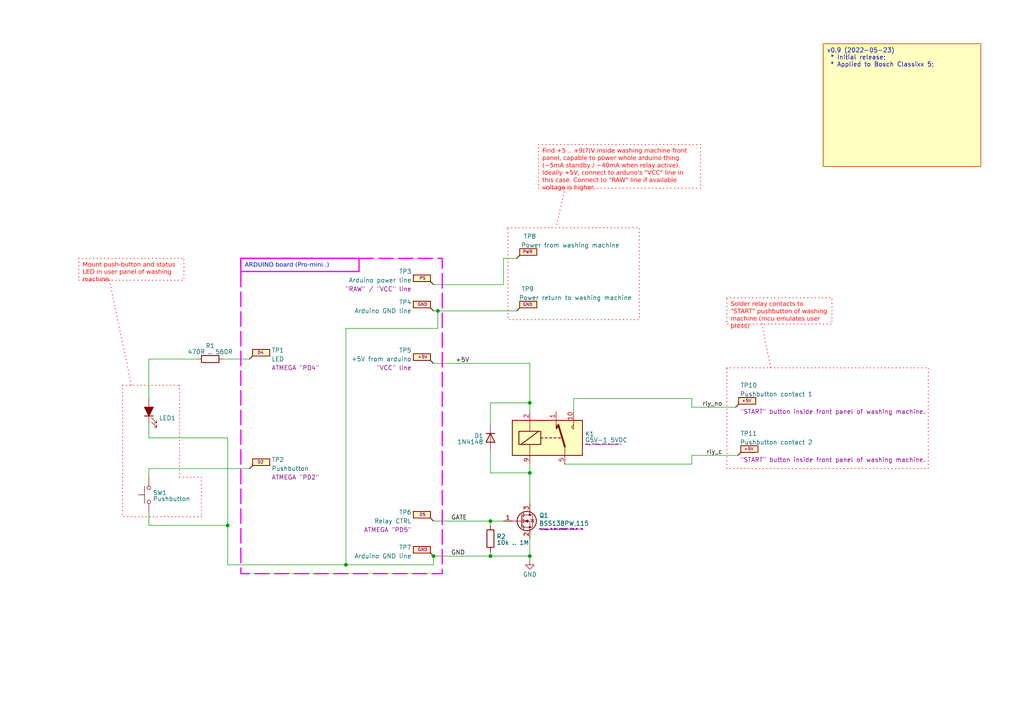
<source format=kicad_sch>
(kicad_sch (version 20220404) (generator eeschema)

  (uuid 465f6118-5f33-4551-b409-097a33d0c48f)

  (paper "A4")

  (title_block
    (title "${proj_title}")
    (date "2022-05-23")
    (rev "${rev_num}")
  )

  (lib_symbols
    (symbol "Connector:TestPoint_Flag" (pin_numbers hide) (pin_names (offset 0.762) hide) (in_bom yes) (on_board yes)
      (property "Reference" "TP" (id 0) (at 3.429 1.778 0)
        (effects (font (size 1.27 1.27)))
      )
      (property "Value" "TestPoint_Flag" (id 1) (at 3.302 4.191 0)
        (effects (font (size 1.27 1.27)))
      )
      (property "Footprint" "" (id 2) (at 5.08 0 0)
        (effects (font (size 1.27 1.27)) hide)
      )
      (property "Datasheet" "~" (id 3) (at 5.08 0 0)
        (effects (font (size 1.27 1.27)) hide)
      )
      (property "ki_keywords" "test point tp" (id 4) (at 0 0 0)
        (effects (font (size 1.27 1.27)) hide)
      )
      (property "ki_description" "test point (alternative flag-style design)" (id 5) (at 0 0 0)
        (effects (font (size 1.27 1.27)) hide)
      )
      (property "ki_fp_filters" "Pin* Test*" (id 6) (at 0 0 0)
        (effects (font (size 1.27 1.27)) hide)
      )
      (symbol "TestPoint_Flag_0_1"
        (polyline
          (pts
            (xy 0 0)
            (xy 0.889 0.889)
          )
          (stroke (width 0.254) (type default))
          (fill (type none))
        )
        (rectangle (start 0.889 2.794) (end 5.842 0.889)
          (stroke (width 0.254) (type default))
          (fill (type background))
        )
      )
      (symbol "TestPoint_Flag_1_1"
        (pin passive line (at 0 0 90) (length 0)
          (name "1" (effects (font (size 1.27 1.27))))
          (number "1" (effects (font (size 1.27 1.27))))
        )
      )
    )
    (symbol "Device:LED_Filled" (pin_numbers hide) (pin_names (offset 1.016) hide) (in_bom yes) (on_board yes)
      (property "Reference" "D" (id 0) (at 0 2.54 0)
        (effects (font (size 1.27 1.27)))
      )
      (property "Value" "LED_Filled" (id 1) (at 0 -2.54 0)
        (effects (font (size 1.27 1.27)))
      )
      (property "Footprint" "" (id 2) (at 0 0 0)
        (effects (font (size 1.27 1.27)) hide)
      )
      (property "Datasheet" "~" (id 3) (at 0 0 0)
        (effects (font (size 1.27 1.27)) hide)
      )
      (property "ki_keywords" "LED diode" (id 4) (at 0 0 0)
        (effects (font (size 1.27 1.27)) hide)
      )
      (property "ki_description" "Light emitting diode, filled shape" (id 5) (at 0 0 0)
        (effects (font (size 1.27 1.27)) hide)
      )
      (property "ki_fp_filters" "LED* LED_SMD:* LED_THT:*" (id 6) (at 0 0 0)
        (effects (font (size 1.27 1.27)) hide)
      )
      (symbol "LED_Filled_0_1"
        (polyline
          (pts
            (xy -1.27 -1.27)
            (xy -1.27 1.27)
          )
          (stroke (width 0.254) (type default))
          (fill (type none))
        )
        (polyline
          (pts
            (xy -1.27 0)
            (xy 1.27 0)
          )
          (stroke (width 0) (type default))
          (fill (type none))
        )
        (polyline
          (pts
            (xy 1.27 -1.27)
            (xy 1.27 1.27)
            (xy -1.27 0)
            (xy 1.27 -1.27)
          )
          (stroke (width 0.254) (type default))
          (fill (type outline))
        )
        (polyline
          (pts
            (xy -3.048 -0.762)
            (xy -4.572 -2.286)
            (xy -3.81 -2.286)
            (xy -4.572 -2.286)
            (xy -4.572 -1.524)
          )
          (stroke (width 0) (type default))
          (fill (type none))
        )
        (polyline
          (pts
            (xy -1.778 -0.762)
            (xy -3.302 -2.286)
            (xy -2.54 -2.286)
            (xy -3.302 -2.286)
            (xy -3.302 -1.524)
          )
          (stroke (width 0) (type default))
          (fill (type none))
        )
      )
      (symbol "LED_Filled_1_1"
        (pin passive line (at -3.81 0 0) (length 2.54)
          (name "K" (effects (font (size 1.27 1.27))))
          (number "1" (effects (font (size 1.27 1.27))))
        )
        (pin passive line (at 3.81 0 180) (length 2.54)
          (name "A" (effects (font (size 1.27 1.27))))
          (number "2" (effects (font (size 1.27 1.27))))
        )
      )
    )
    (symbol "Device:Q_NMOS_GSD" (pin_names (offset 0) hide) (in_bom yes) (on_board yes)
      (property "Reference" "Q" (id 0) (at 5.08 1.27 0)
        (effects (font (size 1.27 1.27)) (justify left))
      )
      (property "Value" "Q_NMOS_GSD" (id 1) (at 5.08 -1.27 0)
        (effects (font (size 1.27 1.27)) (justify left))
      )
      (property "Footprint" "" (id 2) (at 5.08 2.54 0)
        (effects (font (size 0.4318 0.4318) italic))
      )
      (property "Datasheet" "~" (id 3) (at 0 0 0)
        (effects (font (size 1.27 1.27)) hide)
      )
      (property "ki_keywords" "transistor NMOS N-MOS N-MOSFET" (id 4) (at 0 0 0)
        (effects (font (size 1.27 1.27)) hide)
      )
      (property "ki_description" "N-MOSFET transistor, gate/source/drain" (id 5) (at 0 0 0)
        (effects (font (size 1.27 1.27)) hide)
      )
      (symbol "Q_NMOS_GSD_0_1"
        (polyline
          (pts
            (xy 0.254 0)
            (xy -2.54 0)
          )
          (stroke (width 0) (type default))
          (fill (type none))
        )
        (polyline
          (pts
            (xy 0.254 1.905)
            (xy 0.254 -1.905)
          )
          (stroke (width 0.254) (type default))
          (fill (type none))
        )
        (polyline
          (pts
            (xy 0.762 -1.27)
            (xy 0.762 -2.286)
          )
          (stroke (width 0.254) (type default))
          (fill (type none))
        )
        (polyline
          (pts
            (xy 0.762 0.508)
            (xy 0.762 -0.508)
          )
          (stroke (width 0.254) (type default))
          (fill (type none))
        )
        (polyline
          (pts
            (xy 0.762 2.286)
            (xy 0.762 1.27)
          )
          (stroke (width 0.254) (type default))
          (fill (type none))
        )
        (polyline
          (pts
            (xy 2.54 2.54)
            (xy 2.54 1.778)
          )
          (stroke (width 0) (type default))
          (fill (type none))
        )
        (polyline
          (pts
            (xy 2.54 -2.54)
            (xy 2.54 0)
            (xy 0.762 0)
          )
          (stroke (width 0) (type default))
          (fill (type none))
        )
        (polyline
          (pts
            (xy 0.762 -1.778)
            (xy 3.302 -1.778)
            (xy 3.302 1.778)
            (xy 0.762 1.778)
          )
          (stroke (width 0) (type default))
          (fill (type none))
        )
        (polyline
          (pts
            (xy 1.016 0)
            (xy 2.032 0.381)
            (xy 2.032 -0.381)
            (xy 1.016 0)
          )
          (stroke (width 0) (type default))
          (fill (type outline))
        )
        (polyline
          (pts
            (xy 2.794 0.508)
            (xy 2.921 0.381)
            (xy 3.683 0.381)
            (xy 3.81 0.254)
          )
          (stroke (width 0) (type default))
          (fill (type none))
        )
        (polyline
          (pts
            (xy 3.302 0.381)
            (xy 2.921 -0.254)
            (xy 3.683 -0.254)
            (xy 3.302 0.381)
          )
          (stroke (width 0) (type default))
          (fill (type none))
        )
        (circle (center 1.651 0) (radius 2.794)
          (stroke (width 0.254) (type default))
          (fill (type none))
        )
        (circle (center 2.54 -1.778) (radius 0.254)
          (stroke (width 0) (type default))
          (fill (type outline))
        )
        (circle (center 2.54 1.778) (radius 0.254)
          (stroke (width 0) (type default))
          (fill (type outline))
        )
      )
      (symbol "Q_NMOS_GSD_1_1"
        (pin input line (at -5.08 0 0) (length 2.54)
          (name "G" (effects (font (size 1.27 1.27))))
          (number "1" (effects (font (size 1.27 1.27))))
        )
        (pin passive line (at 2.54 -5.08 90) (length 2.54)
          (name "S" (effects (font (size 1.27 1.27))))
          (number "2" (effects (font (size 1.27 1.27))))
        )
        (pin passive line (at 2.54 5.08 270) (length 2.54)
          (name "D" (effects (font (size 1.27 1.27))))
          (number "3" (effects (font (size 1.27 1.27))))
        )
      )
    )
    (symbol "Device:R" (pin_numbers hide) (pin_names (offset 0)) (in_bom yes) (on_board yes)
      (property "Reference" "R" (id 0) (at 2.032 0 90)
        (effects (font (size 1.27 1.27)))
      )
      (property "Value" "R" (id 1) (at 0 0 90)
        (effects (font (size 1.27 1.27)))
      )
      (property "Footprint" "" (id 2) (at -1.778 0 90)
        (effects (font (size 1.27 1.27)) hide)
      )
      (property "Datasheet" "~" (id 3) (at 0 0 0)
        (effects (font (size 1.27 1.27)) hide)
      )
      (property "ki_keywords" "R res resistor" (id 4) (at 0 0 0)
        (effects (font (size 1.27 1.27)) hide)
      )
      (property "ki_description" "Resistor" (id 5) (at 0 0 0)
        (effects (font (size 1.27 1.27)) hide)
      )
      (property "ki_fp_filters" "R_*" (id 6) (at 0 0 0)
        (effects (font (size 1.27 1.27)) hide)
      )
      (symbol "R_0_1"
        (rectangle (start -1.016 -2.54) (end 1.016 2.54)
          (stroke (width 0.254) (type default))
          (fill (type none))
        )
      )
      (symbol "R_1_1"
        (pin passive line (at 0 3.81 270) (length 1.27)
          (name "~" (effects (font (size 1.27 1.27))))
          (number "1" (effects (font (size 1.27 1.27))))
        )
        (pin passive line (at 0 -3.81 90) (length 1.27)
          (name "~" (effects (font (size 1.27 1.27))))
          (number "2" (effects (font (size 1.27 1.27))))
        )
      )
    )
    (symbol "Diode:1N4148" (pin_numbers hide) (pin_names (offset 1.016) hide) (in_bom yes) (on_board yes)
      (property "Reference" "D" (id 0) (at 0 2.54 0)
        (effects (font (size 1.27 1.27)))
      )
      (property "Value" "1N4148" (id 1) (at 0 -2.54 0)
        (effects (font (size 1.27 1.27)))
      )
      (property "Footprint" "Diode_THT:D_DO-35_SOD27_P7.62mm_Horizontal" (id 2) (at 0 -4.445 0)
        (effects (font (size 1.27 1.27)) hide)
      )
      (property "Datasheet" "https://assets.nexperia.com/documents/data-sheet/1N4148_1N4448.pdf" (id 3) (at 0 0 0)
        (effects (font (size 1.27 1.27)) hide)
      )
      (property "ki_keywords" "diode" (id 4) (at 0 0 0)
        (effects (font (size 1.27 1.27)) hide)
      )
      (property "ki_description" "100V 0.15A standard switching diode, DO-35" (id 5) (at 0 0 0)
        (effects (font (size 1.27 1.27)) hide)
      )
      (property "ki_fp_filters" "D*DO?35*" (id 6) (at 0 0 0)
        (effects (font (size 1.27 1.27)) hide)
      )
      (symbol "1N4148_0_1"
        (polyline
          (pts
            (xy -1.27 1.27)
            (xy -1.27 -1.27)
          )
          (stroke (width 0.254) (type default))
          (fill (type none))
        )
        (polyline
          (pts
            (xy 1.27 0)
            (xy -1.27 0)
          )
          (stroke (width 0) (type default))
          (fill (type none))
        )
        (polyline
          (pts
            (xy 1.27 1.27)
            (xy 1.27 -1.27)
            (xy -1.27 0)
            (xy 1.27 1.27)
          )
          (stroke (width 0.254) (type default))
          (fill (type none))
        )
      )
      (symbol "1N4148_1_1"
        (pin passive line (at -3.81 0 0) (length 2.54)
          (name "K" (effects (font (size 1.27 1.27))))
          (number "1" (effects (font (size 1.27 1.27))))
        )
        (pin passive line (at 3.81 0 180) (length 2.54)
          (name "A" (effects (font (size 1.27 1.27))))
          (number "2" (effects (font (size 1.27 1.27))))
        )
      )
    )
    (symbol "Relay:G5V-1" (in_bom yes) (on_board yes)
      (property "Reference" "K" (id 0) (at 11.43 3.81 0)
        (effects (font (size 1.27 1.27)) (justify left))
      )
      (property "Value" "G5V-1" (id 1) (at 11.43 1.27 0)
        (effects (font (size 1.27 1.27)) (justify left))
      )
      (property "Footprint" "Relay_THT:Relay_SPDT_Omron_G5V-1" (id 2) (at 28.702 -0.762 0)
        (effects (font (size 1.27 1.27)) hide)
      )
      (property "Datasheet" "http://omronfs.omron.com/en_US/ecb/products/pdf/en-g5v_1.pdf" (id 3) (at 0 0 0)
        (effects (font (size 1.27 1.27)) hide)
      )
      (property "ki_keywords" "Single Pole Relay SPDT" (id 4) (at 0 0 0)
        (effects (font (size 1.27 1.27)) hide)
      )
      (property "ki_description" "Ultra-miniature, Highly Sensitive SPDT Relay for Signal Circuits" (id 5) (at 0 0 0)
        (effects (font (size 1.27 1.27)) hide)
      )
      (property "ki_fp_filters" "Relay*SPDT*Omron*G5V?1*" (id 6) (at 0 0 0)
        (effects (font (size 1.27 1.27)) hide)
      )
      (symbol "G5V-1_0_0"
        (polyline
          (pts
            (xy 7.62 5.08)
            (xy 7.62 2.54)
            (xy 6.985 3.175)
            (xy 7.62 3.81)
          )
          (stroke (width 0) (type default))
          (fill (type none))
        )
      )
      (symbol "G5V-1_0_1"
        (rectangle (start -10.16 5.08) (end 10.16 -5.08)
          (stroke (width 0.254) (type default))
          (fill (type background))
        )
        (rectangle (start -8.255 1.905) (end -1.905 -1.905)
          (stroke (width 0.254) (type default))
          (fill (type none))
        )
        (polyline
          (pts
            (xy -7.62 -1.905)
            (xy -2.54 1.905)
          )
          (stroke (width 0.254) (type default))
          (fill (type none))
        )
        (polyline
          (pts
            (xy -5.08 -5.08)
            (xy -5.08 -1.905)
          )
          (stroke (width 0) (type default))
          (fill (type none))
        )
        (polyline
          (pts
            (xy -5.08 5.08)
            (xy -5.08 1.905)
          )
          (stroke (width 0) (type default))
          (fill (type none))
        )
        (polyline
          (pts
            (xy -1.905 0)
            (xy -1.27 0)
          )
          (stroke (width 0.254) (type default))
          (fill (type none))
        )
        (polyline
          (pts
            (xy -0.635 0)
            (xy 0 0)
          )
          (stroke (width 0.254) (type default))
          (fill (type none))
        )
        (polyline
          (pts
            (xy 0.635 0)
            (xy 1.27 0)
          )
          (stroke (width 0.254) (type default))
          (fill (type none))
        )
        (polyline
          (pts
            (xy 1.905 0)
            (xy 2.54 0)
          )
          (stroke (width 0.254) (type default))
          (fill (type none))
        )
        (polyline
          (pts
            (xy 3.175 0)
            (xy 3.81 0)
          )
          (stroke (width 0.254) (type default))
          (fill (type none))
        )
        (polyline
          (pts
            (xy 5.08 -2.54)
            (xy 3.175 3.81)
          )
          (stroke (width 0.508) (type default))
          (fill (type none))
        )
        (polyline
          (pts
            (xy 5.08 -2.54)
            (xy 5.08 -5.08)
          )
          (stroke (width 0) (type default))
          (fill (type none))
        )
        (polyline
          (pts
            (xy 2.54 5.08)
            (xy 2.54 2.54)
            (xy 3.175 3.175)
            (xy 2.54 3.81)
          )
          (stroke (width 0) (type default))
          (fill (type outline))
        )
      )
      (symbol "G5V-1_1_1"
        (pin passive line (at 2.54 7.62 270) (length 2.54)
          (name "~" (effects (font (size 1.27 1.27))))
          (number "1" (effects (font (size 1.27 1.27))))
        )
        (pin passive line (at 7.62 7.62 270) (length 2.54)
          (name "~" (effects (font (size 1.27 1.27))))
          (number "10" (effects (font (size 1.27 1.27))))
        )
        (pin passive line (at -5.08 7.62 270) (length 2.54)
          (name "~" (effects (font (size 1.27 1.27))))
          (number "2" (effects (font (size 1.27 1.27))))
        )
        (pin passive line (at 5.08 -7.62 90) (length 2.54)
          (name "~" (effects (font (size 1.27 1.27))))
          (number "5" (effects (font (size 1.27 1.27))))
        )
        (pin passive line (at 5.08 -7.62 90) (length 2.54) hide
          (name "~" (effects (font (size 1.27 1.27))))
          (number "6" (effects (font (size 1.27 1.27))))
        )
        (pin passive line (at -5.08 -7.62 90) (length 2.54)
          (name "~" (effects (font (size 1.27 1.27))))
          (number "9" (effects (font (size 1.27 1.27))))
        )
      )
    )
    (symbol "Switch:SW_Push" (pin_numbers hide) (pin_names (offset 1.016) hide) (in_bom yes) (on_board yes)
      (property "Reference" "SW" (id 0) (at 1.27 2.54 0)
        (effects (font (size 1.27 1.27)) (justify left))
      )
      (property "Value" "SW_Push" (id 1) (at 0 -1.524 0)
        (effects (font (size 1.27 1.27)))
      )
      (property "Footprint" "" (id 2) (at 0 5.08 0)
        (effects (font (size 1.27 1.27)) hide)
      )
      (property "Datasheet" "~" (id 3) (at 0 5.08 0)
        (effects (font (size 1.27 1.27)) hide)
      )
      (property "ki_keywords" "switch normally-open pushbutton push-button" (id 4) (at 0 0 0)
        (effects (font (size 1.27 1.27)) hide)
      )
      (property "ki_description" "Push button switch, generic, two pins" (id 5) (at 0 0 0)
        (effects (font (size 1.27 1.27)) hide)
      )
      (symbol "SW_Push_0_1"
        (circle (center -2.032 0) (radius 0.508)
          (stroke (width 0) (type default))
          (fill (type none))
        )
        (polyline
          (pts
            (xy 0 1.27)
            (xy 0 3.048)
          )
          (stroke (width 0) (type default))
          (fill (type none))
        )
        (polyline
          (pts
            (xy 2.54 1.27)
            (xy -2.54 1.27)
          )
          (stroke (width 0) (type default))
          (fill (type none))
        )
        (circle (center 2.032 0) (radius 0.508)
          (stroke (width 0) (type default))
          (fill (type none))
        )
        (pin passive line (at -5.08 0 0) (length 2.54)
          (name "1" (effects (font (size 1.27 1.27))))
          (number "1" (effects (font (size 1.27 1.27))))
        )
        (pin passive line (at 5.08 0 180) (length 2.54)
          (name "2" (effects (font (size 1.27 1.27))))
          (number "2" (effects (font (size 1.27 1.27))))
        )
      )
    )
    (symbol "power:GND" (power) (pin_names (offset 0)) (in_bom yes) (on_board yes)
      (property "Reference" "#PWR" (id 0) (at 0 -6.35 0)
        (effects (font (size 1.27 1.27)) hide)
      )
      (property "Value" "GND" (id 1) (at 0 -3.81 0)
        (effects (font (size 1.27 1.27)))
      )
      (property "Footprint" "" (id 2) (at 0 0 0)
        (effects (font (size 1.27 1.27)) hide)
      )
      (property "Datasheet" "" (id 3) (at 0 0 0)
        (effects (font (size 1.27 1.27)) hide)
      )
      (property "ki_keywords" "power-flag" (id 4) (at 0 0 0)
        (effects (font (size 1.27 1.27)) hide)
      )
      (property "ki_description" "Power symbol creates a global label with name \"GND\" , ground" (id 5) (at 0 0 0)
        (effects (font (size 1.27 1.27)) hide)
      )
      (symbol "GND_0_1"
        (polyline
          (pts
            (xy 0 0)
            (xy 0 -1.27)
            (xy 1.27 -1.27)
            (xy 0 -2.54)
            (xy -1.27 -1.27)
            (xy 0 -1.27)
          )
          (stroke (width 0) (type default))
          (fill (type none))
        )
      )
      (symbol "GND_1_1"
        (pin power_in line (at 0 0 270) (length 0) hide
          (name "GND" (effects (font (size 1.27 1.27))))
          (number "1" (effects (font (size 1.27 1.27))))
        )
      )
    )
  )

  (junction (at 127 90.17) (diameter 0) (color 0 0 0 0)
    (uuid 1a2706b1-60e9-49e1-88d8-be40e4ce7f25)
  )
  (junction (at 100.33 163.83) (diameter 0) (color 0 0 0 0)
    (uuid 389e51e4-8300-4376-9575-fca01af92550)
  )
  (junction (at 153.67 116.84) (diameter 0) (color 0 0 0 0)
    (uuid 53d97110-fe2c-472d-956e-de8b8438c4bd)
  )
  (junction (at 142.24 161.29) (diameter 0) (color 0 0 0 0)
    (uuid 8b22a82a-8a10-45d9-aa15-63c50a495e1b)
  )
  (junction (at 66.04 152.4) (diameter 0) (color 0 0 0 0)
    (uuid a596c8a5-168f-41b0-a8d9-62862c276bea)
  )
  (junction (at 153.67 161.29) (diameter 0) (color 0 0 0 0)
    (uuid a7134a8d-dbf6-4c0b-bdf1-dd7ca42d4ab4)
  )
  (junction (at 125.73 161.29) (diameter 0) (color 0 0 0 0)
    (uuid c7229f16-7e70-4484-83bb-b2c3bed5a80a)
  )
  (junction (at 142.24 151.13) (diameter 0) (color 0 0 0 0)
    (uuid e2a309f7-b2f4-4166-b2c2-d4f74e6493b8)
  )
  (junction (at 153.67 137.16) (diameter 0) (color 0 0 0 0)
    (uuid e521700e-de60-422f-9743-d7688b9a3e0e)
  )

  (polyline (pts (xy 220.98 93.98) (xy 223.52 106.68))
    (stroke (width 0.254) (type dot) (color 255 0 0 1))
    (uuid 05a3affd-2cae-4bf9-bd6e-c18a28501767)
  )

  (wire (pts (xy 43.18 104.14) (xy 43.18 115.57))
    (stroke (width 0) (type default))
    (uuid 0b9ac7b8-6ef5-4d8d-a68d-6767c1c6bbf8)
  )
  (wire (pts (xy 146.05 151.13) (xy 142.24 151.13))
    (stroke (width 0) (type default))
    (uuid 18f8fa9f-d791-4281-93af-41d82a26cb8a)
  )
  (wire (pts (xy 142.24 137.16) (xy 153.67 137.16))
    (stroke (width 0) (type default))
    (uuid 198d4895-8605-4baa-a690-fba084d45006)
  )
  (wire (pts (xy 142.24 151.13) (xy 142.24 152.4))
    (stroke (width 0) (type default))
    (uuid 2196ecdc-1d25-4e83-9c6e-11ffffbdd5a2)
  )
  (wire (pts (xy 166.37 115.57) (xy 200.66 115.57))
    (stroke (width 0) (type solid))
    (uuid 2c6e3b75-177f-4dab-b1cb-093cd97eb720)
  )
  (wire (pts (xy 153.67 134.62) (xy 153.67 137.16))
    (stroke (width 0) (type default))
    (uuid 331d5cc8-817f-4050-adf0-93e760e33def)
  )
  (wire (pts (xy 142.24 161.29) (xy 153.67 161.29))
    (stroke (width 0) (type default))
    (uuid 3946d07b-3aea-4c96-8a90-fbac7236ce08)
  )
  (wire (pts (xy 200.66 118.11) (xy 200.66 115.57))
    (stroke (width 0) (type solid))
    (uuid 39e767d3-c63f-49b3-b6c0-af2960f68493)
  )
  (wire (pts (xy 66.04 127) (xy 66.04 152.4))
    (stroke (width 0) (type default))
    (uuid 3a6f0ab8-7a21-4bb3-8f34-9e7dc15dff54)
  )
  (wire (pts (xy 153.67 116.84) (xy 153.67 105.41))
    (stroke (width 0) (type default))
    (uuid 3b1ba31d-6303-4d07-8f02-836b3eb9600e)
  )
  (wire (pts (xy 142.24 160.02) (xy 142.24 161.29))
    (stroke (width 0) (type default))
    (uuid 4214c960-6e1b-4ce6-9974-0919abee05f9)
  )
  (wire (pts (xy 200.66 132.08) (xy 200.66 134.62))
    (stroke (width 0) (type default))
    (uuid 425d7c2f-3921-461b-a1c1-a4606a61df11)
  )
  (wire (pts (xy 153.67 116.84) (xy 153.67 119.38))
    (stroke (width 0) (type default))
    (uuid 42cb55dd-5328-4f26-b4d9-481212fcbf96)
  )
  (wire (pts (xy 43.18 123.19) (xy 43.18 127))
    (stroke (width 0) (type default))
    (uuid 49d581cd-b2e7-4885-b202-be83502cd606)
  )
  (polyline (pts (xy 58.42 138.43) (xy 58.42 149.86))
    (stroke (width 0.254) (type dot) (color 255 0 0 1))
    (uuid 4c406da8-0173-415c-92c7-52ce20e6c4fd)
  )

  (wire (pts (xy 146.05 74.93) (xy 146.05 82.55))
    (stroke (width 0) (type default))
    (uuid 52b2fc4a-30aa-4787-af77-4e43b730a2b3)
  )
  (wire (pts (xy 66.04 163.83) (xy 100.33 163.83))
    (stroke (width 0) (type default))
    (uuid 56d95d32-920f-41df-b35c-901c36e82f90)
  )
  (polyline (pts (xy 35.56 111.76) (xy 35.56 149.86))
    (stroke (width 0.254) (type dot) (color 255 0 0 1))
    (uuid 5b74eede-4757-4c9d-866a-fb8ad996cfcf)
  )

  (wire (pts (xy 125.73 161.29) (xy 125.73 163.83))
    (stroke (width 0) (type default))
    (uuid 607fc5dd-beef-40b6-8012-cde00422ab42)
  )
  (wire (pts (xy 127 90.17) (xy 149.86 90.17))
    (stroke (width 0) (type default))
    (uuid 608d72b3-3ac9-44e7-8668-a11b44446241)
  )
  (wire (pts (xy 127 90.17) (xy 127 95.25))
    (stroke (width 0) (type default))
    (uuid 663b4b3e-88b7-421a-ae92-0565e92849b4)
  )
  (wire (pts (xy 142.24 123.19) (xy 142.24 116.84))
    (stroke (width 0) (type default))
    (uuid 664c52c0-3e6d-4fc1-874d-c3b7e6bc2b30)
  )
  (wire (pts (xy 125.73 105.41) (xy 153.67 105.41))
    (stroke (width 0) (type default))
    (uuid 6ae5d040-9521-46c8-9e3c-757cda57fc70)
  )
  (wire (pts (xy 200.66 118.11) (xy 213.36 118.11))
    (stroke (width 0) (type default))
    (uuid 6ba72f99-313b-464a-a858-c1a11c2d3162)
  )
  (wire (pts (xy 100.33 163.83) (xy 125.73 163.83))
    (stroke (width 0) (type default))
    (uuid 6cf12a4a-c92e-4197-a24d-4227d903574c)
  )
  (wire (pts (xy 43.18 152.4) (xy 66.04 152.4))
    (stroke (width 0) (type default))
    (uuid 6d482a89-8baa-4c90-a50a-2c294979df3b)
  )
  (wire (pts (xy 149.86 74.93) (xy 146.05 74.93))
    (stroke (width 0) (type default))
    (uuid 723a97bb-c65a-4b50-b142-8bafb5656762)
  )
  (wire (pts (xy 66.04 163.83) (xy 66.04 152.4))
    (stroke (width 0) (type default))
    (uuid 815f4fdf-0ba8-4795-8c04-33f1c5415f62)
  )
  (wire (pts (xy 43.18 148.59) (xy 43.18 152.4))
    (stroke (width 0) (type default))
    (uuid 88471833-4f30-4aa7-be6d-fd5bb80c3768)
  )
  (polyline (pts (xy 35.56 111.76) (xy 52.07 111.76))
    (stroke (width 0.254) (type dot) (color 255 0 0 1))
    (uuid 93d711d0-6a48-4222-859c-d4a2d3250b9b)
  )

  (wire (pts (xy 166.37 119.38) (xy 166.37 115.57))
    (stroke (width 0) (type solid))
    (uuid 974869ed-7bf1-43b2-b45e-086044fcf792)
  )
  (wire (pts (xy 125.73 161.29) (xy 142.24 161.29))
    (stroke (width 0) (type default))
    (uuid 977e17b4-fba7-484b-bcab-4bc1b1ecd804)
  )
  (wire (pts (xy 213.995 132.08) (xy 200.66 132.08))
    (stroke (width 0) (type default))
    (uuid 9a3da235-5961-4380-911e-08fd82e09bd7)
  )
  (polyline (pts (xy 163.83 54.61) (xy 161.29 66.04))
    (stroke (width 0.254) (type dot) (color 255 0 0 1))
    (uuid 9f1f51c6-e3e0-436d-8f61-959974111d72)
  )

  (wire (pts (xy 100.33 95.25) (xy 100.33 163.83))
    (stroke (width 0) (type default))
    (uuid a4569ebe-83e7-43ce-836c-a3799718fa2b)
  )
  (wire (pts (xy 146.05 82.55) (xy 125.73 82.55))
    (stroke (width 0) (type default))
    (uuid a8ca4b54-492a-40c7-aec9-b54e9ef9971a)
  )
  (wire (pts (xy 142.24 116.84) (xy 153.67 116.84))
    (stroke (width 0) (type default))
    (uuid ada9d531-ed55-4a14-a67f-865388e98fbe)
  )
  (wire (pts (xy 142.24 130.81) (xy 142.24 137.16))
    (stroke (width 0) (type default))
    (uuid b10b7327-9f8f-49dd-9d16-ebfd31fc19ca)
  )
  (polyline (pts (xy 52.07 138.43) (xy 58.42 138.43))
    (stroke (width 0.254) (type dot) (color 255 0 0 1))
    (uuid b1ed0d37-fc21-4b15-a13d-165bb2fb3026)
  )

  (wire (pts (xy 43.18 104.14) (xy 57.15 104.14))
    (stroke (width 0) (type default))
    (uuid b2f8d38c-90c3-49e3-b9c7-1844f7f6c6d4)
  )
  (polyline (pts (xy 58.42 149.86) (xy 35.56 149.86))
    (stroke (width 0.254) (type dot) (color 255 0 0 1))
    (uuid b578069d-e9e7-4a25-a26d-acb4c21650a5)
  )

  (wire (pts (xy 43.18 127) (xy 66.04 127))
    (stroke (width 0) (type default))
    (uuid ba54abb6-9578-455a-a088-6b32d304ebc2)
  )
  (wire (pts (xy 125.73 90.17) (xy 127 90.17))
    (stroke (width 0) (type default))
    (uuid bf4ff766-fb17-4d3d-b606-9a952aad5716)
  )
  (wire (pts (xy 125.73 151.13) (xy 142.24 151.13))
    (stroke (width 0) (type default))
    (uuid c6ccfd66-ca0a-4668-bb11-2275351dc106)
  )
  (wire (pts (xy 153.67 156.21) (xy 153.67 161.29))
    (stroke (width 0) (type default))
    (uuid cc2cf894-db72-4f76-9b3b-5a6cae55361b)
  )
  (polyline (pts (xy 52.07 111.76) (xy 52.07 138.43))
    (stroke (width 0.254) (type dot) (color 255 0 0 1))
    (uuid d087960b-cba4-4f49-8983-1328ff799e8d)
  )

  (wire (pts (xy 153.67 137.16) (xy 153.67 146.05))
    (stroke (width 0) (type default))
    (uuid dc007fa7-d81c-4e14-b74e-b9c08771400b)
  )
  (polyline (pts (xy 31.75 81.28) (xy 38.1 111.76))
    (stroke (width 0.254) (type dot) (color 255 0 0 1))
    (uuid e5b555d0-4fb9-4777-b66e-c238d079db07)
  )

  (wire (pts (xy 153.67 161.29) (xy 153.67 162.56))
    (stroke (width 0) (type default))
    (uuid e9ffe841-0798-4910-87fc-097af7e75e73)
  )
  (wire (pts (xy 64.77 104.14) (xy 72.39 104.14))
    (stroke (width 0) (type default))
    (uuid ed9abf77-ce63-4338-a409-065fe8b987ee)
  )
  (wire (pts (xy 163.83 134.62) (xy 200.66 134.62))
    (stroke (width 0) (type solid))
    (uuid ef7961a7-5681-4d30-a683-4fadc9d0b0b9)
  )
  (wire (pts (xy 127 95.25) (xy 100.33 95.25))
    (stroke (width 0) (type default))
    (uuid f71d3f80-8d8a-4dc8-9d55-fd439c940ba7)
  )
  (wire (pts (xy 43.18 135.89) (xy 72.39 135.89))
    (stroke (width 0) (type default))
    (uuid fbbe0d28-0232-4282-a972-d05235c3efc2)
  )
  (wire (pts (xy 43.18 138.43) (xy 43.18 135.89))
    (stroke (width 0) (type default))
    (uuid ffa99d38-f040-4e9d-8109-d48df9fa3c10)
  )

  (rectangle (start 147.32 66.04) (end 185.42 92.71)
    (stroke (width 0.254) (type dot) (color 255 0 0 1))
    (fill (type none))
    (uuid 97e2956d-2936-4e3f-b1f9-e60999c3a710)
  )
  (rectangle (start 210.82 106.68) (end 269.24 135.89)
    (stroke (width 0.254) (type dot) (color 255 0 0 1))
    (fill (type none))
    (uuid c518b78b-5d32-4193-b958-bd20b6a4e3d0)
  )
  (rectangle (start 69.85 74.93) (end 128.27 166.37)
    (stroke (width 0.381) (type dash) (color 255 0 255 1))
    (fill (type none))
    (uuid ff98483a-d521-47b4-b98f-d09660c2f648)
  )

  (text_box "Mount push-button and status LED in user panel of washing machine"
    (at 22.86 74.93 0) (size 30.48 6.35)
    (stroke (width 0.254) (type dot) (color 255 0 0 1))
    (fill (type none))
    (effects (font (face "Arial") (size 1.27 1.27) (color 255 0 0 1)) (justify left top))
    (uuid 0daa984b-e93d-48d3-bd4b-bba145dc2540)
  )
  (text_box "ARDUINO board (Pro-mini..)"
    (at 69.85 74.93 0) (size 34.29 3.81)
    (stroke (width 0.381) (type default) (color 255 0 255 1))
    (fill (type none))
    (effects (font (face "Arial") (size 1.27 1.27)) (justify left top))
    (uuid 0e2e6ef0-932f-4175-9135-9370efefe727)
  )
  (text_box "Solder relay contacts to \"START\" pushbutton of washing machine (mcu emulates user press)"
    (at 210.82 86.36 0) (size 30.48 7.62)
    (stroke (width 0.254) (type dot) (color 255 0 0 1))
    (fill (type none))
    (effects (font (face "Arial") (size 1.27 1.27) (color 255 0 0 1)) (justify left top))
    (uuid 13e7de9c-868d-4a77-8f9f-8f55ca866a1e)
  )
  (text_box "v0.9 (2022-05-23)\n * Initial release;\n * Applied to Bosch Classixx 5;"
    (at 238.76 12.7 0) (size 45.72 35.56)
    (stroke (width 0.254) (type solid) (color 204 102 0 1))
    (fill (type color) (color 255 255 194 1))
    (effects (font (size 1.27 1.27)) (justify left top))
    (uuid 3b338af0-00ca-4aed-a12d-6835b7a07ba1)
  )
  (text_box "Find +5 .. +9(?)V inside washing machine front panel, capable to power whole arduino thing (~5mA standby / ~40mA when relay active).\nIdeally +5V, connect to arduno's \"VCC\" line in this case. Connect to \"RAW\" line if available voltage is higher."
    (at 156.21 41.91 0) (size 46.99 12.7)
    (stroke (width 0.254) (type dot) (color 255 0 0 1))
    (fill (type none))
    (effects (font (face "Arial") (size 1.27 1.27) (color 255 0 0 1)) (justify left top))
    (uuid ecdf44dd-0a7c-453d-9b7c-2011cb3189ae)
  )

  (label "+5V" (at 132.08 105.41 0) (fields_autoplaced)
    (effects (font (size 1.27 1.27)) (justify left bottom))
    (uuid 1084f311-6c5a-4617-94e9-52b1ff5d7dc2)
  )
  (label "GATE" (at 130.81 151.13 0) (fields_autoplaced)
    (effects (font (size 1.27 1.27)) (justify left bottom))
    (uuid 1640fed8-0f6a-451f-a105-2552c889ced4)
  )
  (label "GND" (at 130.81 161.29 0) (fields_autoplaced)
    (effects (font (size 1.27 1.27)) (justify left bottom))
    (uuid 27bf37ba-01cb-4681-8d4c-0b9a7cc10182)
  )
  (label "rly_no" (at 209.55 118.11 0) (fields_autoplaced)
    (effects (font (size 1.27 1.27)) (justify right bottom))
    (uuid 43fab896-2f56-4943-88ca-36f0a8c3f2c6)
  )
  (label "rly_c" (at 209.55 132.08 0) (fields_autoplaced)
    (effects (font (size 1.27 1.27)) (justify right bottom))
    (uuid eb28494f-ffed-4e89-a56e-e044fdf70754)
  )

  (symbol (lib_id "Relay:G5V-1") (at 158.75 127 0) (unit 1)
    (in_bom yes) (on_board yes) (fields_autoplaced)
    (uuid 35f49111-2fd5-436e-8643-b4b67731b5ab)
    (default_instance (reference "U") (unit 1) (value "") (footprint ""))
    (property "Reference" "U" (id 0) (at 169.672 125.8517 0)
      (effects (font (size 1.27 1.27)) (justify left))
    )
    (property "Value" "" (id 1) (at 169.672 127.6139 0)
      (effects (font (size 1.27 1.27)) (justify left))
    )
    (property "Footprint" "" (id 2) (at 169.672 128.8482 0)
      (effects (font (size 0.381 0.381) italic) (justify left))
    )
    (property "Datasheet" "http://omronfs.omron.com/en_US/ecb/products/pdf/en-g5v_1.pdf" (id 3) (at 158.75 127 0)
      (effects (font (size 1.27 1.27)) hide)
    )
    (property "Comment_sch" "" (id 4) (at 169.6721 130.1209 0)
      (effects (font (size 1.27 1.27)) (justify left))
    )
    (property "Comment_assy" "" (id 5) (at 158.75 127 0)
      (effects (font (size 1.27 1.27)))
    )
    (property "DNP" "" (id 6) (at 158.75 127 0)
      (effects (font (size 1.27 1.27)))
    )
    (property "Silk_text" "" (id 7) (at 158.75 127 0)
      (effects (font (size 1.27 1.27)))
    )
    (pin "1" (uuid 1643f80b-84f0-48a7-88d8-8da1e1bae240))
    (pin "10" (uuid d4bb4560-66af-4940-85ec-de0365383d36))
    (pin "2" (uuid 688a9bc9-4025-4c6b-9c65-587f23cb9793))
    (pin "5" (uuid f8bcf226-a14e-405b-a55b-8efe49c9df0b))
    (pin "6" (uuid 88e319fa-99ae-4eeb-a67e-f002276112f8))
    (pin "9" (uuid da033e13-52d8-4f90-82a8-af3e6ca65d4a))
  )

  (symbol (lib_id "Device:R") (at 60.96 104.14 90) (unit 1)
    (in_bom yes) (on_board yes) (fields_autoplaced)
    (uuid 69e4b567-2d58-4073-9803-f36b27c4b291)
    (default_instance (reference "R") (unit 1) (value "R") (footprint ""))
    (property "Reference" "R" (id 0) (at 60.96 100.2919 90)
      (effects (font (size 1.27 1.27)))
    )
    (property "Value" "R" (id 1) (at 60.96 102.0541 90)
      (effects (font (size 1.27 1.27)))
    )
    (property "Footprint" "" (id 2) (at 60.96 105.918 90)
      (effects (font (size 1.27 1.27)) hide)
    )
    (property "Datasheet" "~" (id 3) (at 60.96 104.14 0)
      (effects (font (size 1.27 1.27)) hide)
    )
    (property "Comment_sch" "" (id 4) (at 60.96 104.14 0)
      (effects (font (size 1.27 1.27)))
    )
    (property "Comment_assy" "" (id 5) (at 60.96 104.14 0)
      (effects (font (size 1.27 1.27)))
    )
    (property "DNP" "" (id 6) (at 60.96 104.14 0)
      (effects (font (size 1.27 1.27)))
    )
    (property "Silk_text" "" (id 7) (at 60.96 104.14 0)
      (effects (font (size 1.27 1.27)))
    )
    (pin "1" (uuid 71beb84a-3d49-4871-b90f-cf4a72ea8301))
    (pin "2" (uuid a4eb9558-275a-46fd-bce7-8ae9d807058b))
  )

  (symbol (lib_id "Connector:TestPoint_Flag") (at 72.39 104.14 0) (unit 1)
    (in_bom yes) (on_board yes)
    (uuid 6d7654d5-e43c-4b3a-9b3c-558a5fe169f7)
    (default_instance (reference "TP") (unit 1) (value "TestPoint_Flag") (footprint ""))
    (property "Reference" "TP" (id 0) (at 78.74 101.6 0)
      (effects (font (size 1.27 1.27)) (justify left))
    )
    (property "Value" "TestPoint_Flag" (id 1) (at 78.74 104.14 0)
      (effects (font (size 1.27 1.27)) (justify left))
    )
    (property "Footprint" "" (id 2) (at 77.47 104.14 0)
      (effects (font (size 1.27 1.27)) hide)
    )
    (property "Datasheet" "~" (id 3) (at 77.47 104.14 0)
      (effects (font (size 1.27 1.27)) hide)
    )
    (property "Comment_sch" "ATMEGA \"PD4\"" (id 4) (at 78.74 106.68 0)
      (effects (font (size 1.27 1.27)) (justify left))
    )
    (property "Comment_assy" "" (id 5) (at 72.39 104.14 0)
      (effects (font (size 1.27 1.27)))
    )
    (property "DNP" "" (id 6) (at 72.39 104.14 0)
      (effects (font (size 1.27 1.27)))
    )
    (property "Silk_text" "D4" (id 7) (at 75.565 102.235 0)
      (effects (font (size 0.889 0.889)))
    )
    (pin "1" (uuid 92c10adb-566b-4b86-8fe2-c8dd9d52b04f))
  )

  (symbol (lib_id "Connector:TestPoint_Flag") (at 125.73 82.55 0) (mirror y) (unit 1)
    (in_bom yes) (on_board yes)
    (uuid 7ab8a25c-9931-4cd5-bf44-6f105ed34b3b)
    (default_instance (reference "TP") (unit 1) (value "TestPoint_Flag") (footprint ""))
    (property "Reference" "TP" (id 0) (at 119.38 78.74 0)
      (effects (font (size 1.27 1.27)) (justify left))
    )
    (property "Value" "TestPoint_Flag" (id 1) (at 119.38 81.28 0)
      (effects (font (size 1.27 1.27)) (justify left))
    )
    (property "Footprint" "" (id 2) (at 120.65 82.55 0)
      (effects (font (size 1.27 1.27)) hide)
    )
    (property "Datasheet" "~" (id 3) (at 120.65 82.55 0)
      (effects (font (size 1.27 1.27)) hide)
    )
    (property "Comment_sch" "\"RAW\" / \"VCC\" line" (id 4) (at 119.38 83.82 0)
      (effects (font (size 1.27 1.27)) (justify left))
    )
    (property "Comment_assy" "" (id 5) (at 125.73 82.55 0)
      (effects (font (size 1.27 1.27)))
    )
    (property "DNP" "" (id 6) (at 125.73 82.55 0)
      (effects (font (size 1.27 1.27)))
    )
    (property "Silk_text" "PS" (id 7) (at 122.555 80.645 0)
      (effects (font (size 0.889 0.889)))
    )
    (pin "1" (uuid 1fda350f-0f76-4e30-94c8-05b9801c6bda))
  )

  (symbol (lib_id "Device:LED_Filled") (at 43.18 119.38 90) (unit 1)
    (in_bom yes) (on_board yes) (fields_autoplaced)
    (uuid 848ec02a-ec11-40c6-864e-8beeed578ec9)
    (default_instance (reference "D") (unit 1) (value "LED_Filled") (footprint ""))
    (property "Reference" "D" (id 0) (at 46.101 121.2541 90)
      (effects (font (size 1.27 1.27)) (justify right))
    )
    (property "Value" "LED_Filled" (id 1) (at 46.101 122.1352 90)
      (effects (font (size 1.27 1.27)) (justify right) hide)
    )
    (property "Footprint" "" (id 2) (at 43.18 119.38 0)
      (effects (font (size 1.27 1.27)) hide)
    )
    (property "Datasheet" "~" (id 3) (at 43.18 119.38 0)
      (effects (font (size 1.27 1.27)) hide)
    )
    (pin "1" (uuid d6bfac03-3b70-4e04-93d5-082f9d939d54))
    (pin "2" (uuid 7fec2b80-c1af-48fd-915d-e2f760af3773))
  )

  (symbol (lib_id "Connector:TestPoint_Flag") (at 213.36 118.11 0) (unit 1)
    (in_bom yes) (on_board yes)
    (uuid 8c8a1067-89a1-4dea-aa0e-2d1c13b759f4)
    (default_instance (reference "TP") (unit 1) (value "TestPoint_Flag") (footprint ""))
    (property "Reference" "TP" (id 0) (at 217.17 111.76 0)
      (effects (font (size 1.27 1.27)))
    )
    (property "Value" "TestPoint_Flag" (id 1) (at 214.63 114.3 0)
      (effects (font (size 1.27 1.27)) (justify left))
    )
    (property "Footprint" "" (id 2) (at 218.44 118.11 0)
      (effects (font (size 1.27 1.27)) hide)
    )
    (property "Datasheet" "~" (id 3) (at 218.44 118.11 0)
      (effects (font (size 1.27 1.27)) hide)
    )
    (property "Comment_sch" "\"START\" button inside front panel of washing machine." (id 4) (at 214.63 119.38 0)
      (effects (font (size 1.27 1.27)) (justify left))
    )
    (property "Comment_assy" "" (id 5) (at 213.36 118.11 0)
      (effects (font (size 1.27 1.27)))
    )
    (property "DNP" "" (id 6) (at 213.36 118.11 0)
      (effects (font (size 1.27 1.27)))
    )
    (property "Silk_text" "+5V" (id 7) (at 216.535 116.205 0)
      (effects (font (size 0.889 0.889)))
    )
    (pin "1" (uuid b4fa6bbd-26ca-4efb-974a-3ef186455363))
  )

  (symbol (lib_id "Connector:TestPoint_Flag") (at 149.86 74.93 0) (unit 1)
    (in_bom yes) (on_board yes)
    (uuid 8de719b1-d093-4b67-89ea-0a11e71ace5f)
    (default_instance (reference "TP") (unit 1) (value "TestPoint_Flag") (footprint ""))
    (property "Reference" "TP" (id 0) (at 153.67 68.58 0)
      (effects (font (size 1.27 1.27)))
    )
    (property "Value" "TestPoint_Flag" (id 1) (at 151.13 71.12 0)
      (effects (font (size 1.27 1.27)) (justify left))
    )
    (property "Footprint" "" (id 2) (at 154.94 74.93 0)
      (effects (font (size 1.27 1.27)) hide)
    )
    (property "Datasheet" "~" (id 3) (at 154.94 74.93 0)
      (effects (font (size 1.27 1.27)) hide)
    )
    (property "Comment_sch" "" (id 4) (at 151.13 76.2 0)
      (effects (font (size 1.27 1.27)) (justify left))
    )
    (property "Comment_assy" "" (id 5) (at 149.86 74.93 0)
      (effects (font (size 1.27 1.27)))
    )
    (property "DNP" "" (id 6) (at 149.86 74.93 0)
      (effects (font (size 1.27 1.27)))
    )
    (property "Silk_text" "PWR" (id 7) (at 153.035 73.025 0)
      (effects (font (size 0.889 0.889)))
    )
    (pin "1" (uuid e32bb8c0-c784-4474-957a-43a760e5a20e))
  )

  (symbol (lib_id "Diode:1N4148") (at 142.24 127 270) (unit 1)
    (in_bom yes) (on_board yes) (fields_autoplaced)
    (uuid 9a998191-395e-47ba-ad6f-843f3cb32de2)
    (default_instance (reference "D") (unit 1) (value "1N4148") (footprint "Diode_THT:D_DO-35_SOD27_P7.62mm_Horizontal"))
    (property "Reference" "D" (id 0) (at 140.208 126.4055 90)
      (effects (font (size 1.27 1.27)) (justify right))
    )
    (property "Value" "1N4148" (id 1) (at 140.208 128.1677 90)
      (effects (font (size 1.27 1.27)) (justify right))
    )
    (property "Footprint" "Diode_THT:D_DO-35_SOD27_P7.62mm_Horizontal" (id 2) (at 137.795 127 0)
      (effects (font (size 1.27 1.27)) hide)
    )
    (property "Datasheet" "https://assets.nexperia.com/documents/data-sheet/1N4148_1N4448.pdf" (id 3) (at 142.24 127 0)
      (effects (font (size 1.27 1.27)) hide)
    )
    (property "Comment_sch" "" (id 4) (at 142.24 127 0)
      (effects (font (size 1.27 1.27)))
    )
    (property "Comment_assy" "" (id 5) (at 142.24 127 0)
      (effects (font (size 1.27 1.27)))
    )
    (property "DNP" "" (id 6) (at 142.24 127 0)
      (effects (font (size 1.27 1.27)))
    )
    (property "Silk_text" "" (id 7) (at 142.24 127 0)
      (effects (font (size 1.27 1.27)))
    )
    (pin "1" (uuid 2f493258-8c22-4249-a7f6-eb9de12de2e8))
    (pin "2" (uuid b867a3ae-0372-4736-8e36-820af7620efb))
  )

  (symbol (lib_id "Switch:SW_Push") (at 43.18 143.51 90) (unit 1)
    (in_bom yes) (on_board yes) (fields_autoplaced)
    (uuid b4bb55ab-b259-4e15-b192-3706c1731932)
    (default_instance (reference "SW") (unit 1) (value "SW_Push") (footprint ""))
    (property "Reference" "SW" (id 0) (at 44.323 142.9155 90)
      (effects (font (size 1.27 1.27)) (justify right))
    )
    (property "Value" "SW_Push" (id 1) (at 44.323 144.6777 90)
      (effects (font (size 1.27 1.27)) (justify right))
    )
    (property "Footprint" "" (id 2) (at 38.1 143.51 0)
      (effects (font (size 1.27 1.27)) hide)
    )
    (property "Datasheet" "~" (id 3) (at 38.1 143.51 0)
      (effects (font (size 1.27 1.27)) hide)
    )
    (pin "1" (uuid 6352f6c8-0f05-4afa-a4d3-2caea8a4e61e))
    (pin "2" (uuid ef41c0ee-7c5d-4fb3-a8fb-2ca7c02f2a0f))
  )

  (symbol (lib_id "Connector:TestPoint_Flag") (at 125.73 151.13 0) (mirror y) (unit 1)
    (in_bom yes) (on_board yes)
    (uuid c7195e1d-7247-4f20-b689-35cf010414a7)
    (default_instance (reference "TP") (unit 1) (value "TestPoint_Flag") (footprint ""))
    (property "Reference" "TP" (id 0) (at 119.38 148.59 0)
      (effects (font (size 1.27 1.27)) (justify left))
    )
    (property "Value" "TestPoint_Flag" (id 1) (at 119.38 151.13 0)
      (effects (font (size 1.27 1.27)) (justify left))
    )
    (property "Footprint" "" (id 2) (at 120.65 151.13 0)
      (effects (font (size 1.27 1.27)) hide)
    )
    (property "Datasheet" "~" (id 3) (at 120.65 151.13 0)
      (effects (font (size 1.27 1.27)) hide)
    )
    (property "Comment_sch" "ATMEGA \"PD5\"" (id 4) (at 119.38 153.67 0)
      (effects (font (size 1.27 1.27)) (justify left))
    )
    (property "Comment_assy" "" (id 5) (at 125.73 151.13 0)
      (effects (font (size 1.27 1.27)))
    )
    (property "DNP" "" (id 6) (at 125.73 151.13 0)
      (effects (font (size 1.27 1.27)))
    )
    (property "Silk_text" "D5" (id 7) (at 122.555 149.225 0)
      (effects (font (size 0.889 0.889)))
    )
    (pin "1" (uuid baf23cfa-0e98-4e22-ab29-986a10f46107))
  )

  (symbol (lib_id "Connector:TestPoint_Flag") (at 149.86 90.17 0) (unit 1)
    (in_bom yes) (on_board yes)
    (uuid d5b0f68f-6305-4f40-93b4-8f806eefa56d)
    (default_instance (reference "TP") (unit 1) (value "TestPoint_Flag") (footprint ""))
    (property "Reference" "TP" (id 0) (at 153.035 83.82 0)
      (effects (font (size 1.27 1.27)))
    )
    (property "Value" "TestPoint_Flag" (id 1) (at 150.495 86.36 0)
      (effects (font (size 1.27 1.27)) (justify left))
    )
    (property "Footprint" "" (id 2) (at 154.94 90.17 0)
      (effects (font (size 1.27 1.27)) hide)
    )
    (property "Datasheet" "~" (id 3) (at 154.94 90.17 0)
      (effects (font (size 1.27 1.27)) hide)
    )
    (property "Comment_sch" "" (id 4) (at 150.495 91.44 0)
      (effects (font (size 1.27 1.27)) (justify left))
    )
    (property "Comment_assy" "" (id 5) (at 149.86 90.17 0)
      (effects (font (size 1.27 1.27)))
    )
    (property "DNP" "" (id 6) (at 149.86 90.17 0)
      (effects (font (size 1.27 1.27)))
    )
    (property "Silk_text" "GND" (id 7) (at 153.035 88.265 0)
      (effects (font (size 0.889 0.889)))
    )
    (pin "1" (uuid a201bf5a-fb02-4eab-a1d0-71f7850a27b2))
  )

  (symbol (lib_id "power:GND") (at 153.67 162.56 0) (unit 1)
    (in_bom yes) (on_board yes) (fields_autoplaced)
    (uuid d79958c7-d86f-42be-8b46-49843bfccb67)
    (default_instance (reference "#PWR") (unit 1) (value "GND") (footprint ""))
    (property "Reference" "#PWR" (id 0) (at 153.67 168.91 0)
      (effects (font (size 1.27 1.27)) hide)
    )
    (property "Value" "GND" (id 1) (at 153.67 166.6161 0)
      (effects (font (size 1.27 1.27)))
    )
    (property "Footprint" "" (id 2) (at 153.67 162.56 0)
      (effects (font (size 1.27 1.27)) hide)
    )
    (property "Datasheet" "" (id 3) (at 153.67 162.56 0)
      (effects (font (size 1.27 1.27)) hide)
    )
    (pin "1" (uuid a4521f86-f148-4d39-91e3-753832462d40))
  )

  (symbol (lib_id "Device:Q_NMOS_GSD") (at 151.13 151.13 0) (unit 1)
    (in_bom yes) (on_board yes)
    (uuid da341e6f-ffba-49f7-9d6b-f5da52f0c04e)
    (default_instance (reference "U") (unit 1) (value "") (footprint ""))
    (property "Reference" "U" (id 0) (at 156.3371 149.506 0)
      (effects (font (size 1.27 1.27)) (justify left))
    )
    (property "Value" "" (id 1) (at 156.3371 151.8047 0)
      (effects (font (size 1.27 1.27)) (justify left))
    )
    (property "Footprint" "" (id 2) (at 156.3371 153.4287 0)
      (effects (font (size 0.4318 0.4318) italic) (justify left))
    )
    (property "Datasheet" "" (id 3) (at 151.13 151.13 0)
      (effects (font (size 1.27 1.27)) hide)
    )
    (property "Package" "" (id 4) (at 153.67 147.32 0)
      (effects (font (size 1.27 1.27)) (justify left))
    )
    (property "Comment1" "" (id 5) (at 143.002 156.718 0)
      (effects (font (size 1.27 1.27)) (justify left) hide)
    )
    (property "Designation" "" (id 6) (at 143.002 156.718 0)
      (effects (font (size 1.27 1.27)) (justify left) hide)
    )
    (property "Id" "" (id 7) (at 143.002 156.718 0)
      (effects (font (size 1.27 1.27)) (justify left) hide)
    )
    (property "Supplier and ref" "" (id 8) (at 143.002 156.718 0)
      (effects (font (size 1.27 1.27)) (justify left) hide)
    )
    (property "Comment2" "" (id 9) (at 143.002 158.75 0)
      (effects (font (size 1.27 1.27)) (justify left) hide)
    )
    (property "URLdm" "" (id 10) (at 143.002 158.75 0)
      (effects (font (size 1.27 1.27)) (justify left) hide)
    )
    (pin "1" (uuid 7f7c6eaa-9557-4bea-9063-ae28242e835c))
    (pin "2" (uuid b794813b-24c8-4926-b854-acb3c3b4eb2b))
    (pin "3" (uuid 3c194101-b20a-4954-b999-d6ac10dbf44b))
  )

  (symbol (lib_id "Connector:TestPoint_Flag") (at 125.73 90.17 0) (mirror y) (unit 1)
    (in_bom yes) (on_board yes)
    (uuid dd5f023e-6c7a-4507-83a6-57a938bb72c2)
    (default_instance (reference "TP") (unit 1) (value "TestPoint_Flag") (footprint ""))
    (property "Reference" "TP" (id 0) (at 119.38 87.63 0)
      (effects (font (size 1.27 1.27)) (justify left))
    )
    (property "Value" "TestPoint_Flag" (id 1) (at 119.38 90.17 0)
      (effects (font (size 1.27 1.27)) (justify left))
    )
    (property "Footprint" "" (id 2) (at 120.65 90.17 0)
      (effects (font (size 1.27 1.27)) hide)
    )
    (property "Datasheet" "~" (id 3) (at 120.65 90.17 0)
      (effects (font (size 1.27 1.27)) hide)
    )
    (property "Comment_sch" "" (id 4) (at 122.809 86.3061 0)
      (effects (font (size 1.27 1.27)))
    )
    (property "Comment_assy" "" (id 5) (at 125.73 90.17 0)
      (effects (font (size 1.27 1.27)))
    )
    (property "DNP" "" (id 6) (at 125.73 90.17 0)
      (effects (font (size 1.27 1.27)))
    )
    (property "Silk_text" "GND" (id 7) (at 122.555 88.265 0)
      (effects (font (size 0.889 0.889)))
    )
    (pin "1" (uuid 73526c00-b013-4706-9d82-ca1eb8d7689b))
  )

  (symbol (lib_id "Connector:TestPoint_Flag") (at 72.39 135.89 0) (unit 1)
    (in_bom yes) (on_board yes)
    (uuid df37e58d-26e7-47e3-a84d-53f834e47300)
    (default_instance (reference "TP") (unit 1) (value "TestPoint_Flag") (footprint ""))
    (property "Reference" "TP" (id 0) (at 78.74 133.35 0)
      (effects (font (size 1.27 1.27)) (justify left))
    )
    (property "Value" "TestPoint_Flag" (id 1) (at 78.74 135.89 0)
      (effects (font (size 1.27 1.27)) (justify left))
    )
    (property "Footprint" "" (id 2) (at 77.47 135.89 0)
      (effects (font (size 1.27 1.27)) hide)
    )
    (property "Datasheet" "~" (id 3) (at 77.47 135.89 0)
      (effects (font (size 1.27 1.27)) hide)
    )
    (property "Comment_sch" "ATMEGA \"PD2\"" (id 4) (at 78.74 138.43 0)
      (effects (font (size 1.27 1.27)) (justify left))
    )
    (property "Comment_assy" "" (id 5) (at 72.39 135.89 0)
      (effects (font (size 1.27 1.27)))
    )
    (property "DNP" "" (id 6) (at 72.39 135.89 0)
      (effects (font (size 1.27 1.27)))
    )
    (property "Silk_text" "D2" (id 7) (at 75.565 133.985 0)
      (effects (font (size 0.889 0.889)))
    )
    (pin "1" (uuid df850c92-09b9-49cc-8fc3-5608674f3f7d))
  )

  (symbol (lib_id "Connector:TestPoint_Flag") (at 125.73 105.41 0) (mirror y) (unit 1)
    (in_bom yes) (on_board yes)
    (uuid e8c0f190-703b-4fac-a4a8-7ac5c23f5a18)
    (default_instance (reference "TP") (unit 1) (value "TestPoint_Flag") (footprint ""))
    (property "Reference" "TP" (id 0) (at 119.38 101.6 0)
      (effects (font (size 1.27 1.27)) (justify left))
    )
    (property "Value" "TestPoint_Flag" (id 1) (at 119.38 104.14 0)
      (effects (font (size 1.27 1.27)) (justify left))
    )
    (property "Footprint" "" (id 2) (at 120.65 105.41 0)
      (effects (font (size 1.27 1.27)) hide)
    )
    (property "Datasheet" "~" (id 3) (at 120.65 105.41 0)
      (effects (font (size 1.27 1.27)) hide)
    )
    (property "Comment_sch" "\"VCC\" line" (id 4) (at 119.38 106.68 0)
      (effects (font (size 1.27 1.27)) (justify left))
    )
    (property "Comment_assy" "" (id 5) (at 125.73 105.41 0)
      (effects (font (size 1.27 1.27)))
    )
    (property "DNP" "" (id 6) (at 125.73 105.41 0)
      (effects (font (size 1.27 1.27)))
    )
    (property "Silk_text" "+5V" (id 7) (at 122.555 103.505 0)
      (effects (font (size 0.889 0.889)))
    )
    (pin "1" (uuid 0e572550-38ee-4b72-ad11-53c600d0de1d))
  )

  (symbol (lib_id "Device:R") (at 142.24 156.21 0) (unit 1)
    (in_bom yes) (on_board yes) (fields_autoplaced)
    (uuid f36e32e0-fda9-482d-ab01-0b0bf3ed4ba1)
    (default_instance (reference "R") (unit 1) (value "R") (footprint ""))
    (property "Reference" "R" (id 0) (at 144.018 155.6155 0)
      (effects (font (size 1.27 1.27)) (justify left))
    )
    (property "Value" "R" (id 1) (at 144.018 157.3777 0)
      (effects (font (size 1.27 1.27)) (justify left))
    )
    (property "Footprint" "" (id 2) (at 140.462 156.21 90)
      (effects (font (size 1.27 1.27)) hide)
    )
    (property "Datasheet" "~" (id 3) (at 142.24 156.21 0)
      (effects (font (size 1.27 1.27)) hide)
    )
    (property "Comment_sch" "" (id 4) (at 142.24 156.21 0)
      (effects (font (size 1.27 1.27)))
    )
    (property "Comment_assy" "" (id 5) (at 142.24 156.21 0)
      (effects (font (size 1.27 1.27)))
    )
    (property "DNP" "" (id 6) (at 142.24 156.21 0)
      (effects (font (size 1.27 1.27)))
    )
    (property "Silk_text" "" (id 7) (at 142.24 156.21 0)
      (effects (font (size 1.27 1.27)))
    )
    (pin "1" (uuid 87354f9b-7340-4c60-a67a-03110b54ad9c))
    (pin "2" (uuid 2758a277-57b8-4419-9c40-9cd56147f69c))
  )

  (symbol (lib_id "Connector:TestPoint_Flag") (at 125.73 161.29 0) (mirror y) (unit 1)
    (in_bom yes) (on_board yes)
    (uuid f634056f-3760-45a3-8092-3364087c8d14)
    (default_instance (reference "TP") (unit 1) (value "TestPoint_Flag") (footprint ""))
    (property "Reference" "TP" (id 0) (at 119.38 158.75 0)
      (effects (font (size 1.27 1.27)) (justify left))
    )
    (property "Value" "TestPoint_Flag" (id 1) (at 119.38 161.29 0)
      (effects (font (size 1.27 1.27)) (justify left))
    )
    (property "Footprint" "" (id 2) (at 120.65 161.29 0)
      (effects (font (size 1.27 1.27)) hide)
    )
    (property "Datasheet" "~" (id 3) (at 120.65 161.29 0)
      (effects (font (size 1.27 1.27)) hide)
    )
    (property "Comment_sch" "" (id 4) (at 122.809 157.4261 0)
      (effects (font (size 1.27 1.27)))
    )
    (property "Comment_assy" "" (id 5) (at 125.73 161.29 0)
      (effects (font (size 1.27 1.27)))
    )
    (property "DNP" "" (id 6) (at 125.73 161.29 0)
      (effects (font (size 1.27 1.27)))
    )
    (property "Silk_text" "GND" (id 7) (at 122.555 159.385 0)
      (effects (font (size 0.889 0.889)))
    )
    (pin "1" (uuid a0507ee8-d8d1-47bd-8267-4f9471e847a2))
  )

  (symbol (lib_id "Connector:TestPoint_Flag") (at 213.995 132.08 0) (unit 1)
    (in_bom yes) (on_board yes)
    (uuid fc468d58-a83b-48b8-8713-5ffe799b21c3)
    (default_instance (reference "TP") (unit 1) (value "TestPoint_Flag") (footprint ""))
    (property "Reference" "TP" (id 0) (at 217.17 125.73 0)
      (effects (font (size 1.27 1.27)))
    )
    (property "Value" "TestPoint_Flag" (id 1) (at 214.63 128.27 0)
      (effects (font (size 1.27 1.27)) (justify left))
    )
    (property "Footprint" "" (id 2) (at 219.075 132.08 0)
      (effects (font (size 1.27 1.27)) hide)
    )
    (property "Datasheet" "~" (id 3) (at 219.075 132.08 0)
      (effects (font (size 1.27 1.27)) hide)
    )
    (property "Comment_sch" "\"START\" button inside front panel of washing machine." (id 4) (at 214.63 133.35 0)
      (effects (font (size 1.27 1.27)) (justify left))
    )
    (property "Comment_assy" "" (id 5) (at 213.995 132.08 0)
      (effects (font (size 1.27 1.27)))
    )
    (property "DNP" "" (id 6) (at 213.995 132.08 0)
      (effects (font (size 1.27 1.27)))
    )
    (property "Silk_text" "+5V" (id 7) (at 217.17 130.175 0)
      (effects (font (size 0.889 0.889)))
    )
    (pin "1" (uuid 64c9fe76-a0f6-40e5-a2f6-58dd18a74f13))
  )

  (sheet_instances
    (path "/" (page "1"))
  )

  (symbol_instances
    (path "/d79958c7-d86f-42be-8b46-49843bfccb67"
      (reference "#PWR01") (unit 1) (value "GND") (footprint "")
    )
    (path "/9a998191-395e-47ba-ad6f-843f3cb32de2"
      (reference "D1") (unit 1) (value "1N4148") (footprint "Diode_SMD:D_1206_3216Metric")
    )
    (path "/35f49111-2fd5-436e-8643-b4b67731b5ab"
      (reference "K1") (unit 1) (value "G5V-1 5VDC") (footprint "Relay_THT:Relay_SPDT_Omron_G5V-1")
    )
    (path "/848ec02a-ec11-40c6-864e-8beeed578ec9"
      (reference "LED1") (unit 1) (value "LED_Filled") (footprint "")
    )
    (path "/da341e6f-ffba-49f7-9d6b-f5da52f0c04e"
      (reference "Q1") (unit 1) (value "BSS138PW,115") (footprint "Package_TO_SOT_SMD:SOT-323_SC-70")
    )
    (path "/69e4b567-2d58-4073-9803-f36b27c4b291"
      (reference "R1") (unit 1) (value "470R .. 560R") (footprint "Resistor_SMD:R_0805_2012Metric")
    )
    (path "/f36e32e0-fda9-482d-ab01-0b0bf3ed4ba1"
      (reference "R2") (unit 1) (value "10k .. 1M") (footprint "Resistor_SMD:R_0805_2012Metric")
    )
    (path "/b4bb55ab-b259-4e15-b192-3706c1731932"
      (reference "SW1") (unit 1) (value "Pushbutton") (footprint "")
    )
    (path "/6d7654d5-e43c-4b3a-9b3c-558a5fe169f7"
      (reference "TP1") (unit 1) (value "LED") (footprint "")
    )
    (path "/df37e58d-26e7-47e3-a84d-53f834e47300"
      (reference "TP2") (unit 1) (value "Pushbutton") (footprint "")
    )
    (path "/7ab8a25c-9931-4cd5-bf44-6f105ed34b3b"
      (reference "TP3") (unit 1) (value "Arduino power line") (footprint "")
    )
    (path "/dd5f023e-6c7a-4507-83a6-57a938bb72c2"
      (reference "TP4") (unit 1) (value "Arduino GND line") (footprint "")
    )
    (path "/e8c0f190-703b-4fac-a4a8-7ac5c23f5a18"
      (reference "TP5") (unit 1) (value "+5V from arduino") (footprint "")
    )
    (path "/c7195e1d-7247-4f20-b689-35cf010414a7"
      (reference "TP6") (unit 1) (value "Relay CTRL") (footprint "")
    )
    (path "/f634056f-3760-45a3-8092-3364087c8d14"
      (reference "TP7") (unit 1) (value "Arduino GND line") (footprint "")
    )
    (path "/8de719b1-d093-4b67-89ea-0a11e71ace5f"
      (reference "TP8") (unit 1) (value "Power from washing machine") (footprint "")
    )
    (path "/d5b0f68f-6305-4f40-93b4-8f806eefa56d"
      (reference "TP9") (unit 1) (value "Power return to washing machine") (footprint "")
    )
    (path "/8c8a1067-89a1-4dea-aa0e-2d1c13b759f4"
      (reference "TP10") (unit 1) (value "Pushbutton contact 1") (footprint "")
    )
    (path "/fc468d58-a83b-48b8-8713-5ffe799b21c3"
      (reference "TP11") (unit 1) (value "Pushbutton contact 2") (footprint "")
    )
  )
)

</source>
